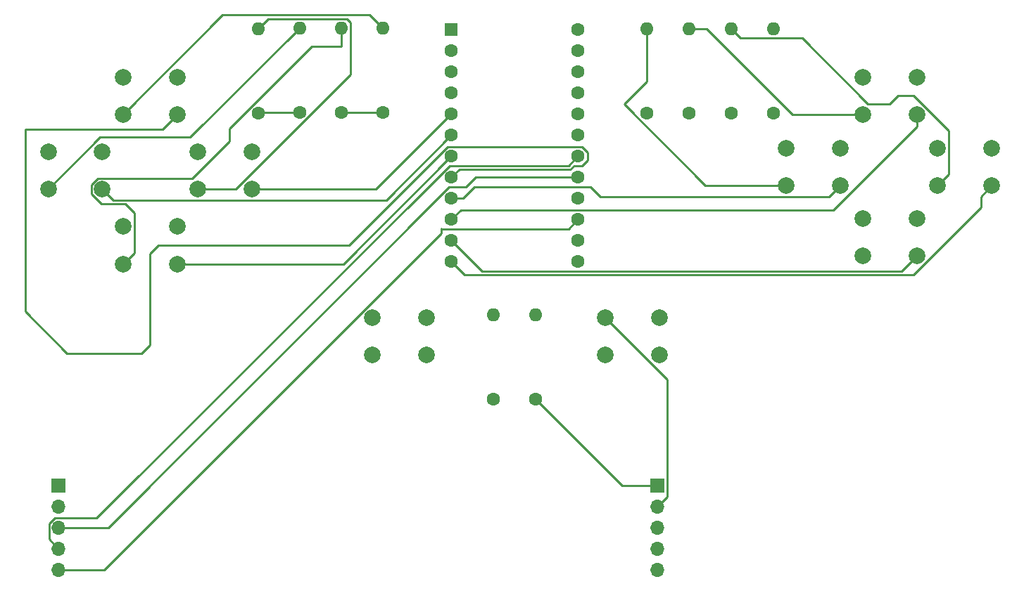
<source format=gbr>
%TF.GenerationSoftware,KiCad,Pcbnew,(7.0.0)*%
%TF.CreationDate,2023-03-22T23:13:35-04:00*%
%TF.ProjectId,controller,636f6e74-726f-46c6-9c65-722e6b696361,rev?*%
%TF.SameCoordinates,Original*%
%TF.FileFunction,Copper,L2,Bot*%
%TF.FilePolarity,Positive*%
%FSLAX46Y46*%
G04 Gerber Fmt 4.6, Leading zero omitted, Abs format (unit mm)*
G04 Created by KiCad (PCBNEW (7.0.0)) date 2023-03-22 23:13:35*
%MOMM*%
%LPD*%
G01*
G04 APERTURE LIST*
%TA.AperFunction,ComponentPad*%
%ADD10O,1.600000X1.600000*%
%TD*%
%TA.AperFunction,ComponentPad*%
%ADD11C,1.600000*%
%TD*%
%TA.AperFunction,ComponentPad*%
%ADD12C,2.000000*%
%TD*%
%TA.AperFunction,ComponentPad*%
%ADD13R,1.700000X1.700000*%
%TD*%
%TA.AperFunction,ComponentPad*%
%ADD14O,1.700000X1.700000*%
%TD*%
%TA.AperFunction,ComponentPad*%
%ADD15R,1.600000X1.600000*%
%TD*%
%TA.AperFunction,Conductor*%
%ADD16C,0.250000*%
%TD*%
G04 APERTURE END LIST*
D10*
%TO.P,R3,2*%
%TO.N,Net-(D_PAD_RIGHT1-Pad2)*%
X118999999Y-23919999D03*
D11*
%TO.P,R3,1*%
%TO.N,GND*%
X119000000Y-34080000D03*
%TD*%
D10*
%TO.P,R8,2*%
%TO.N,Net-(B_BUTTON1-Pad2)*%
X170839999Y-23919999D03*
D11*
%TO.P,R8,1*%
%TO.N,GND*%
X170840000Y-34080000D03*
%TD*%
D12*
%TO.P,PAUSE_BUTTON1,1*%
%TO.N,VCC*%
X160750000Y-58710000D03*
%TO.P,PAUSE_BUTTON1,2*%
%TO.N,Net-(PAUSE_BUTTON1-Pad2)*%
X160750000Y-63210000D03*
%TO.P,PAUSE_BUTTON1,3*%
%TO.N,unconnected-(PAUSE_BUTTON1-Pad3)*%
X167250000Y-58710000D03*
%TO.P,PAUSE_BUTTON1,4*%
%TO.N,/PIN_16*%
X167250000Y-63210000D03*
%TD*%
%TO.P,D_PAD_UP1,1*%
%TO.N,VCC*%
X102750000Y-29750000D03*
%TO.P,D_PAD_UP1,2*%
%TO.N,Net-(D_PAD_UP1-Pad2)*%
X102750000Y-34250000D03*
%TO.P,D_PAD_UP1,3*%
%TO.N,unconnected-(D_PAD_UP1-Pad3)*%
X109250000Y-29750000D03*
%TO.P,D_PAD_UP1,4*%
%TO.N,/PIN_5*%
X109250000Y-34250000D03*
%TD*%
D13*
%TO.P,JOYSTICK2,1,Pin_1*%
%TO.N,GND*%
X167024999Y-78949999D03*
D14*
%TO.P,JOYSTICK2,2,Pin_2*%
%TO.N,VCC*%
X167024999Y-81489999D03*
%TO.P,JOYSTICK2,3,Pin_3*%
%TO.N,/PIN_A2*%
X167024999Y-84029999D03*
%TO.P,JOYSTICK2,4,Pin_4*%
%TO.N,/PIN_A3*%
X167024999Y-86569999D03*
%TO.P,JOYSTICK2,5,Pin_5*%
%TO.N,/PIN_15*%
X167024999Y-89109999D03*
%TD*%
D15*
%TO.P,U1,1,TX*%
%TO.N,unconnected-(U1-TX-Pad1)*%
X142239999Y-24029999D03*
D11*
%TO.P,U1,2,RX*%
%TO.N,unconnected-(U1-RX-Pad2)*%
X142240000Y-26570000D03*
%TO.P,U1,3,GND*%
%TO.N,GND*%
X142240000Y-29110000D03*
%TO.P,U1,4,GND*%
X142240000Y-31650000D03*
%TO.P,U1,5,SDA*%
%TO.N,/PIN_2*%
X142240000Y-34190000D03*
%TO.P,U1,6,SCL*%
%TO.N,/PIN_3*%
X142240000Y-36730000D03*
%TO.P,U1,7,D4*%
%TO.N,/PIN_4*%
X142240000Y-39270000D03*
%TO.P,U1,8,C6*%
%TO.N,/PIN_5*%
X142240000Y-41810000D03*
%TO.P,U1,9,D7*%
%TO.N,/PIN_6*%
X142240000Y-44350000D03*
%TO.P,U1,10,E6*%
%TO.N,/PIN_7*%
X142240000Y-46890000D03*
%TO.P,U1,11,B4*%
%TO.N,/PIN_8*%
X142240000Y-49430000D03*
%TO.P,U1,12,B5*%
%TO.N,/PIN_9*%
X142240000Y-51970000D03*
%TO.P,U1,13,B6*%
%TO.N,/PIN_10*%
X157480000Y-51970000D03*
%TO.P,U1,14,B2*%
%TO.N,/PIN_16*%
X157480000Y-49430000D03*
%TO.P,U1,15,B3*%
%TO.N,/PIN_14*%
X157480000Y-46890000D03*
%TO.P,U1,16,B1*%
%TO.N,/PIN_15*%
X157480000Y-44350000D03*
%TO.P,U1,17,F7*%
%TO.N,/PIN_A0*%
X157480000Y-41810000D03*
%TO.P,U1,18,F6*%
%TO.N,/PIN_A1*%
X157480000Y-39270000D03*
%TO.P,U1,19,F5*%
%TO.N,/PIN_A2*%
X157480000Y-36730000D03*
%TO.P,U1,20,F4*%
%TO.N,/PIN_A3*%
X157480000Y-34190000D03*
%TO.P,U1,21,VCC*%
%TO.N,VCC*%
X157480000Y-31650000D03*
%TO.P,U1,22,RST*%
%TO.N,unconnected-(U1-RST-Pad22)*%
X157480000Y-29110000D03*
%TO.P,U1,23,GND*%
%TO.N,GND*%
X157480000Y-26570000D03*
%TO.P,U1,24,RAW*%
%TO.N,unconnected-(U1-RAW-Pad24)*%
X157480000Y-24030000D03*
%TD*%
D10*
%TO.P,R7,2*%
%TO.N,Net-(A_BUTTON1-Pad2)*%
X165759999Y-23919999D03*
D11*
%TO.P,R7,1*%
%TO.N,GND*%
X165760000Y-34080000D03*
%TD*%
D13*
%TO.P,JOYSTICK1,1,Pin_1*%
%TO.N,GND*%
X94999999Y-78919999D03*
D14*
%TO.P,JOYSTICK1,2,Pin_2*%
%TO.N,VCC*%
X94999999Y-81459999D03*
%TO.P,JOYSTICK1,3,Pin_3*%
%TO.N,/PIN_A0*%
X94999999Y-83999999D03*
%TO.P,JOYSTICK1,4,Pin_4*%
%TO.N,/PIN_A1*%
X94999999Y-86539999D03*
%TO.P,JOYSTICK1,5,Pin_5*%
%TO.N,/PIN_14*%
X94999999Y-89079999D03*
%TD*%
D12*
%TO.P,D_PAD_LEFT1,1*%
%TO.N,VCC*%
X93750000Y-38750000D03*
%TO.P,D_PAD_LEFT1,2*%
%TO.N,Net-(D_PAD_LEFT1-Pad2)*%
X93750000Y-43250000D03*
%TO.P,D_PAD_LEFT1,3*%
%TO.N,unconnected-(D_PAD_LEFT1-Pad3)*%
X100250000Y-38750000D03*
%TO.P,D_PAD_LEFT1,4*%
%TO.N,/PIN_3*%
X100250000Y-43250000D03*
%TD*%
D10*
%TO.P,R10,2*%
%TO.N,Net-(R10-Pad2)*%
X180999999Y-23919999D03*
D11*
%TO.P,R10,1*%
%TO.N,GND*%
X181000000Y-34080000D03*
%TD*%
D12*
%TO.P,Y_BUTTON1,1*%
%TO.N,VCC*%
X200750000Y-38310000D03*
%TO.P,Y_BUTTON1,2*%
%TO.N,Net-(R9-Pad2)*%
X200750000Y-42810000D03*
%TO.P,Y_BUTTON1,3*%
%TO.N,unconnected-(Y_BUTTON1-Pad3)*%
X207250000Y-38310000D03*
%TO.P,Y_BUTTON1,4*%
%TO.N,/PIN_9*%
X207250000Y-42810000D03*
%TD*%
D11*
%TO.P,R5,1*%
%TO.N,GND*%
X147320000Y-68580000D03*
D10*
%TO.P,R5,2*%
%TO.N,Net-(HOME_BUTTON1-Pad2)*%
X147319999Y-58419999D03*
%TD*%
D12*
%TO.P,D_PAD_RIGHT1,4*%
%TO.N,/PIN_2*%
X118250000Y-43250000D03*
%TO.P,D_PAD_RIGHT1,3*%
%TO.N,unconnected-(D_PAD_RIGHT1-Pad3)*%
X118250000Y-38750000D03*
%TO.P,D_PAD_RIGHT1,2*%
%TO.N,Net-(D_PAD_RIGHT1-Pad2)*%
X111750000Y-43250000D03*
%TO.P,D_PAD_RIGHT1,1*%
%TO.N,VCC*%
X111750000Y-38750000D03*
%TD*%
D11*
%TO.P,R6,1*%
%TO.N,GND*%
X152400000Y-68580000D03*
D10*
%TO.P,R6,2*%
%TO.N,Net-(PAUSE_BUTTON1-Pad2)*%
X152399999Y-58419999D03*
%TD*%
D12*
%TO.P,B_BUTTON1,1*%
%TO.N,VCC*%
X191750000Y-29750000D03*
%TO.P,B_BUTTON1,2*%
%TO.N,Net-(B_BUTTON1-Pad2)*%
X191750000Y-34250000D03*
%TO.P,B_BUTTON1,3*%
%TO.N,unconnected-(B_BUTTON1-Pad3)*%
X198250000Y-29750000D03*
%TO.P,B_BUTTON1,4*%
%TO.N,/PIN_7*%
X198250000Y-34250000D03*
%TD*%
%TO.P,A_BUTTON1,1*%
%TO.N,VCC*%
X182500000Y-38310000D03*
%TO.P,A_BUTTON1,2*%
%TO.N,Net-(A_BUTTON1-Pad2)*%
X182500000Y-42810000D03*
%TO.P,A_BUTTON1,3*%
%TO.N,unconnected-(A_BUTTON1-Pad3)*%
X189000000Y-38310000D03*
%TO.P,A_BUTTON1,4*%
%TO.N,/PIN_6*%
X189000000Y-42810000D03*
%TD*%
D10*
%TO.P,R2,2*%
%TO.N,Net-(D_PAD_UP1-Pad2)*%
X133999999Y-23839999D03*
D11*
%TO.P,R2,1*%
%TO.N,GND*%
X134000000Y-34000000D03*
%TD*%
D10*
%TO.P,R4,2*%
%TO.N,Net-(D_PAD_DOWN1-Pad2)*%
X128999999Y-23839999D03*
D11*
%TO.P,R4,1*%
%TO.N,GND*%
X129000000Y-34000000D03*
%TD*%
D12*
%TO.P,D_PAD_DOWN1,1*%
%TO.N,VCC*%
X102750000Y-47750000D03*
%TO.P,D_PAD_DOWN1,2*%
%TO.N,Net-(D_PAD_DOWN1-Pad2)*%
X102750000Y-52250000D03*
%TO.P,D_PAD_DOWN1,3*%
%TO.N,unconnected-(D_PAD_DOWN1-Pad3)*%
X109250000Y-47750000D03*
%TO.P,D_PAD_DOWN1,4*%
%TO.N,/PIN_4*%
X109250000Y-52250000D03*
%TD*%
D10*
%TO.P,R1,2*%
%TO.N,Net-(D_PAD_LEFT1-Pad2)*%
X123999999Y-23839999D03*
D11*
%TO.P,R1,1*%
%TO.N,GND*%
X124000000Y-34000000D03*
%TD*%
D10*
%TO.P,R9,2*%
%TO.N,Net-(R9-Pad2)*%
X175919999Y-23919999D03*
D11*
%TO.P,R9,1*%
%TO.N,GND*%
X175920000Y-34080000D03*
%TD*%
D12*
%TO.P,HOME_BUTTON1,4*%
%TO.N,/PIN_10*%
X139250000Y-63210000D03*
%TO.P,HOME_BUTTON1,3*%
%TO.N,unconnected-(HOME_BUTTON1-Pad3)*%
X139250000Y-58710000D03*
%TO.P,HOME_BUTTON1,2*%
%TO.N,Net-(HOME_BUTTON1-Pad2)*%
X132750000Y-63210000D03*
%TO.P,HOME_BUTTON1,1*%
%TO.N,VCC*%
X132750000Y-58710000D03*
%TD*%
%TO.P,X_BUTTON1,1*%
%TO.N,VCC*%
X191750000Y-46750000D03*
%TO.P,X_BUTTON1,2*%
%TO.N,Net-(R10-Pad2)*%
X191750000Y-51250000D03*
%TO.P,X_BUTTON1,3*%
%TO.N,unconnected-(X_BUTTON1-Pad3)*%
X198250000Y-46750000D03*
%TO.P,X_BUTTON1,4*%
%TO.N,/PIN_8*%
X198250000Y-51250000D03*
%TD*%
D16*
%TO.N,Net-(R9-Pad2)*%
X177045000Y-25045000D02*
X175920000Y-23920000D01*
X184418833Y-25045000D02*
X177045000Y-25045000D01*
X192373833Y-33000000D02*
X184418833Y-25045000D01*
X195000000Y-33000000D02*
X192373833Y-33000000D01*
X196000000Y-32000000D02*
X195000000Y-33000000D01*
X197873833Y-32000000D02*
X196000000Y-32000000D01*
X202075000Y-36201167D02*
X197873833Y-32000000D01*
X202075000Y-41485000D02*
X202075000Y-36201167D01*
X200750000Y-42810000D02*
X202075000Y-41485000D01*
%TO.N,Net-(B_BUTTON1-Pad2)*%
X172920000Y-23920000D02*
X170840000Y-23920000D01*
X183250000Y-34250000D02*
X172920000Y-23920000D01*
X191750000Y-34250000D02*
X183250000Y-34250000D01*
%TO.N,Net-(D_PAD_DOWN1-Pad2)*%
X104075000Y-46075000D02*
X104075000Y-50925000D01*
X103025000Y-45025000D02*
X104075000Y-46075000D01*
X100151167Y-45025000D02*
X103025000Y-45025000D01*
X98925000Y-43798833D02*
X100151167Y-45025000D01*
X98925000Y-42701167D02*
X98925000Y-43798833D01*
X99701167Y-41925000D02*
X98925000Y-42701167D01*
X111075000Y-41925000D02*
X99701167Y-41925000D01*
X104075000Y-50925000D02*
X102750000Y-52250000D01*
X115544009Y-37455991D02*
X111075000Y-41925000D01*
X115544009Y-35945000D02*
X115544009Y-37455991D01*
X125489009Y-26000000D02*
X115544009Y-35945000D01*
X129000000Y-26000000D02*
X125489009Y-26000000D01*
%TO.N,GND*%
X119080000Y-34000000D02*
X119000000Y-34080000D01*
X124000000Y-34000000D02*
X119080000Y-34000000D01*
X134000000Y-34000000D02*
X129000000Y-34000000D01*
%TO.N,Net-(A_BUTTON1-Pad2)*%
X163000000Y-33000000D02*
X165760000Y-30240000D01*
X165760000Y-30240000D02*
X165760000Y-23920000D01*
X172810000Y-42810000D02*
X163000000Y-33000000D01*
X182500000Y-42810000D02*
X172810000Y-42810000D01*
%TO.N,Net-(D_PAD_UP1-Pad2)*%
X114735000Y-22265000D02*
X132425000Y-22265000D01*
X132425000Y-22265000D02*
X134000000Y-23840000D01*
X102750000Y-34250000D02*
X114735000Y-22265000D01*
%TO.N,Net-(D_PAD_RIGHT1-Pad2)*%
X129715000Y-22715000D02*
X120205000Y-22715000D01*
X130125000Y-29465991D02*
X130125000Y-23125000D01*
X116340991Y-43250000D02*
X130125000Y-29465991D01*
X130125000Y-23125000D02*
X129715000Y-22715000D01*
X120205000Y-22715000D02*
X119000000Y-23920000D01*
X111750000Y-43250000D02*
X116340991Y-43250000D01*
%TO.N,Net-(D_PAD_DOWN1-Pad2)*%
X129000000Y-26000000D02*
X129000000Y-23840000D01*
%TO.N,Net-(D_PAD_LEFT1-Pad2)*%
X110840000Y-37000000D02*
X124000000Y-23840000D01*
X100000000Y-37000000D02*
X110840000Y-37000000D01*
X93750000Y-43250000D02*
X100000000Y-37000000D01*
%TO.N,/PIN_3*%
X134395000Y-44575000D02*
X142240000Y-36730000D01*
X101575000Y-44575000D02*
X134395000Y-44575000D01*
X100250000Y-43250000D02*
X101575000Y-44575000D01*
%TO.N,/PIN_2*%
X118250000Y-43250000D02*
X133180000Y-43250000D01*
X133180000Y-43250000D02*
X142240000Y-34190000D01*
%TO.N,/PIN_5*%
X143205000Y-40845000D02*
X142240000Y-41810000D01*
X156541396Y-40845000D02*
X143205000Y-40845000D01*
X156991396Y-40395000D02*
X156541396Y-40845000D01*
X157945991Y-40395000D02*
X156991396Y-40395000D01*
X158605000Y-38804009D02*
X158605000Y-39735991D01*
X157945991Y-38145000D02*
X158605000Y-38804009D01*
X141774009Y-38145000D02*
X157945991Y-38145000D01*
X129919009Y-50000000D02*
X141774009Y-38145000D01*
X107000000Y-50000000D02*
X129919009Y-50000000D01*
X106000000Y-51000000D02*
X107000000Y-50000000D01*
X158605000Y-39735991D02*
X157945991Y-40395000D01*
X105000000Y-63000000D02*
X106000000Y-62000000D01*
X96000000Y-63000000D02*
X105000000Y-63000000D01*
X91000000Y-58000000D02*
X96000000Y-63000000D01*
X91000000Y-36000000D02*
X91000000Y-58000000D01*
X107500000Y-36000000D02*
X91000000Y-36000000D01*
X106000000Y-62000000D02*
X106000000Y-51000000D01*
X109250000Y-34250000D02*
X107500000Y-36000000D01*
%TO.N,/PIN_4*%
X129260000Y-52250000D02*
X142240000Y-39270000D01*
X109250000Y-52250000D02*
X129260000Y-52250000D01*
%TO.N,/PIN_9*%
X197828833Y-53545000D02*
X143815000Y-53545000D01*
X205925000Y-45448833D02*
X197828833Y-53545000D01*
X143815000Y-53545000D02*
X142240000Y-51970000D01*
X207250000Y-42810000D02*
X205925000Y-44135000D01*
X205925000Y-44135000D02*
X205925000Y-45448833D01*
%TO.N,/PIN_7*%
X188149213Y-45765000D02*
X143365000Y-45765000D01*
X198250000Y-35664213D02*
X188149213Y-45765000D01*
X198250000Y-34250000D02*
X198250000Y-35664213D01*
X143365000Y-45765000D02*
X142240000Y-46890000D01*
%TO.N,/PIN_6*%
X143650000Y-44350000D02*
X142240000Y-44350000D01*
X159000000Y-43000000D02*
X145000000Y-43000000D01*
X160135000Y-44135000D02*
X159000000Y-43000000D01*
X187675000Y-44135000D02*
X160135000Y-44135000D01*
X189000000Y-42810000D02*
X187675000Y-44135000D01*
X145000000Y-43000000D02*
X143650000Y-44350000D01*
%TO.N,/PIN_8*%
X196405000Y-53095000D02*
X145905000Y-53095000D01*
X145905000Y-53095000D02*
X142240000Y-49430000D01*
X198250000Y-51250000D02*
X196405000Y-53095000D01*
%TO.N,VCC*%
X168200000Y-66160000D02*
X160750000Y-58710000D01*
X168200000Y-80315000D02*
X168200000Y-66160000D01*
X167025000Y-81490000D02*
X168200000Y-80315000D01*
%TO.N,/PIN_14*%
X156355000Y-48015000D02*
X157480000Y-46890000D01*
X141000000Y-48000000D02*
X141015000Y-48015000D01*
X141015000Y-48015000D02*
X156355000Y-48015000D01*
X141000000Y-48586167D02*
X141000000Y-48000000D01*
X100506167Y-89080000D02*
X141000000Y-48586167D01*
X95000000Y-89080000D02*
X100506167Y-89080000D01*
%TO.N,/PIN_A1*%
X156355000Y-40395000D02*
X157480000Y-39270000D01*
X142000000Y-40395000D02*
X156355000Y-40395000D01*
X99570000Y-82825000D02*
X142000000Y-40395000D01*
X93825000Y-83513299D02*
X94513299Y-82825000D01*
X94513299Y-82825000D02*
X99570000Y-82825000D01*
X93825000Y-85365000D02*
X93825000Y-83513299D01*
X95000000Y-86540000D02*
X93825000Y-85365000D01*
%TO.N,/PIN_A0*%
X145190000Y-41810000D02*
X157480000Y-41810000D01*
X144000000Y-43000000D02*
X145190000Y-41810000D01*
X141999009Y-43000000D02*
X144000000Y-43000000D01*
X100999009Y-84000000D02*
X141999009Y-43000000D01*
X95000000Y-84000000D02*
X100999009Y-84000000D01*
%TO.N,GND*%
X162770000Y-78950000D02*
X152400000Y-68580000D01*
X167025000Y-78950000D02*
X162770000Y-78950000D01*
%TD*%
M02*

</source>
